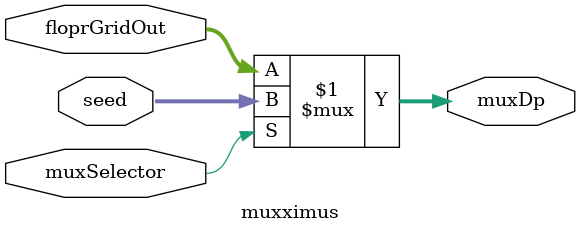
<source format=sv>
module muxximus (seed, floprGridOut, muxSelector, muxDp); 
  input logic [63:0] seed;
  input logic [63:0] floprGridOut;
  input logic muxSelector;
  output logic [63:0] muxDp;

  assign muxDp[63:0] = muxSelector ? seed[63:0] : floprGridOut[63:0]; 

endmodule
</source>
